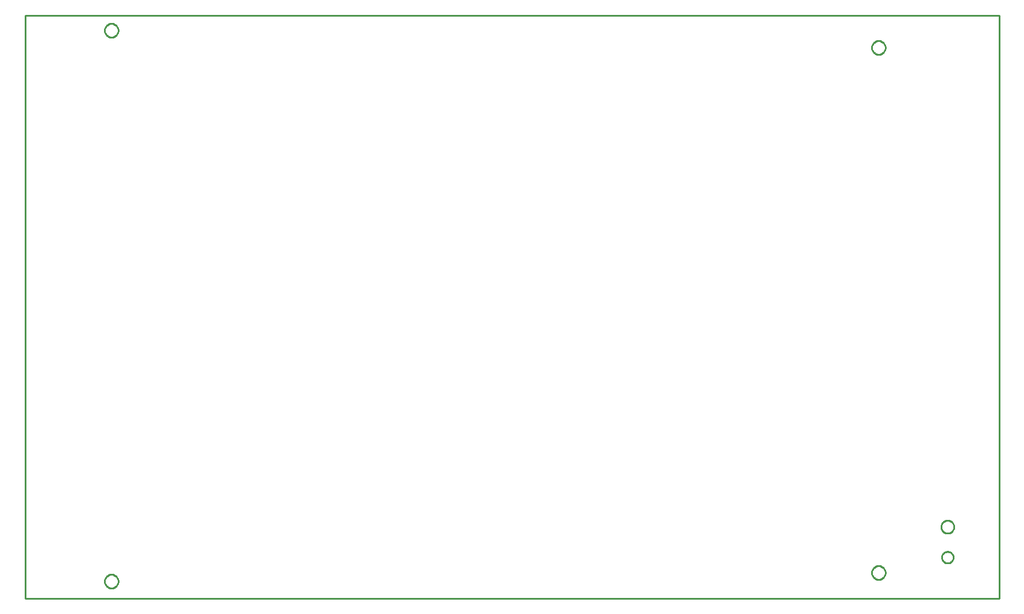
<source format=gbr>
G04 EAGLE Gerber RS-274X export*
G75*
%MOMM*%
%FSLAX34Y34*%
%LPD*%
%IN*%
%IPPOS*%
%AMOC8*
5,1,8,0,0,1.08239X$1,22.5*%
G01*
%ADD10C,0.254000*%


D10*
X0Y0D02*
X1434900Y0D01*
X1434900Y860300D01*
X0Y860300D01*
X0Y0D01*
X137000Y837763D02*
X136924Y836894D01*
X136772Y836034D01*
X136546Y835190D01*
X136248Y834370D01*
X135879Y833578D01*
X135442Y832822D01*
X134941Y832107D01*
X134380Y831438D01*
X133762Y830820D01*
X133093Y830259D01*
X132378Y829758D01*
X131622Y829321D01*
X130830Y828952D01*
X130010Y828654D01*
X129166Y828428D01*
X128307Y828276D01*
X127437Y828200D01*
X126563Y828200D01*
X125694Y828276D01*
X124834Y828428D01*
X123990Y828654D01*
X123170Y828952D01*
X122378Y829321D01*
X121622Y829758D01*
X120907Y830259D01*
X120238Y830820D01*
X119620Y831438D01*
X119059Y832107D01*
X118558Y832822D01*
X118121Y833578D01*
X117752Y834370D01*
X117454Y835190D01*
X117228Y836034D01*
X117076Y836894D01*
X117000Y837763D01*
X117000Y838637D01*
X117076Y839507D01*
X117228Y840366D01*
X117454Y841210D01*
X117752Y842030D01*
X118121Y842822D01*
X118558Y843578D01*
X119059Y844293D01*
X119620Y844962D01*
X120238Y845580D01*
X120907Y846141D01*
X121622Y846642D01*
X122378Y847079D01*
X123170Y847448D01*
X123990Y847746D01*
X124834Y847972D01*
X125694Y848124D01*
X126563Y848200D01*
X127437Y848200D01*
X128307Y848124D01*
X129166Y847972D01*
X130010Y847746D01*
X130830Y847448D01*
X131622Y847079D01*
X132378Y846642D01*
X133093Y846141D01*
X133762Y845580D01*
X134380Y844962D01*
X134941Y844293D01*
X135442Y843578D01*
X135879Y842822D01*
X136248Y842030D01*
X136546Y841210D01*
X136772Y840366D01*
X136924Y839507D01*
X137000Y838637D01*
X137000Y837763D01*
X137000Y24963D02*
X136924Y24094D01*
X136772Y23234D01*
X136546Y22390D01*
X136248Y21570D01*
X135879Y20778D01*
X135442Y20022D01*
X134941Y19307D01*
X134380Y18638D01*
X133762Y18020D01*
X133093Y17459D01*
X132378Y16958D01*
X131622Y16521D01*
X130830Y16152D01*
X130010Y15854D01*
X129166Y15628D01*
X128307Y15476D01*
X127437Y15400D01*
X126563Y15400D01*
X125694Y15476D01*
X124834Y15628D01*
X123990Y15854D01*
X123170Y16152D01*
X122378Y16521D01*
X121622Y16958D01*
X120907Y17459D01*
X120238Y18020D01*
X119620Y18638D01*
X119059Y19307D01*
X118558Y20022D01*
X118121Y20778D01*
X117752Y21570D01*
X117454Y22390D01*
X117228Y23234D01*
X117076Y24094D01*
X117000Y24963D01*
X117000Y25837D01*
X117076Y26707D01*
X117228Y27566D01*
X117454Y28410D01*
X117752Y29230D01*
X118121Y30022D01*
X118558Y30778D01*
X119059Y31493D01*
X119620Y32162D01*
X120238Y32780D01*
X120907Y33341D01*
X121622Y33842D01*
X122378Y34279D01*
X123170Y34648D01*
X123990Y34946D01*
X124834Y35172D01*
X125694Y35324D01*
X126563Y35400D01*
X127437Y35400D01*
X128307Y35324D01*
X129166Y35172D01*
X130010Y34946D01*
X130830Y34648D01*
X131622Y34279D01*
X132378Y33842D01*
X133093Y33341D01*
X133762Y32780D01*
X134380Y32162D01*
X134941Y31493D01*
X135442Y30778D01*
X135879Y30022D01*
X136248Y29230D01*
X136546Y28410D01*
X136772Y27566D01*
X136924Y26707D01*
X137000Y25837D01*
X137000Y24963D01*
X1267300Y37663D02*
X1267224Y36794D01*
X1267072Y35934D01*
X1266846Y35090D01*
X1266548Y34270D01*
X1266179Y33478D01*
X1265742Y32722D01*
X1265241Y32007D01*
X1264680Y31338D01*
X1264062Y30720D01*
X1263393Y30159D01*
X1262678Y29658D01*
X1261922Y29221D01*
X1261130Y28852D01*
X1260310Y28554D01*
X1259466Y28328D01*
X1258607Y28176D01*
X1257737Y28100D01*
X1256863Y28100D01*
X1255994Y28176D01*
X1255134Y28328D01*
X1254290Y28554D01*
X1253470Y28852D01*
X1252678Y29221D01*
X1251922Y29658D01*
X1251207Y30159D01*
X1250538Y30720D01*
X1249920Y31338D01*
X1249359Y32007D01*
X1248858Y32722D01*
X1248421Y33478D01*
X1248052Y34270D01*
X1247754Y35090D01*
X1247528Y35934D01*
X1247376Y36794D01*
X1247300Y37663D01*
X1247300Y38537D01*
X1247376Y39407D01*
X1247528Y40266D01*
X1247754Y41110D01*
X1248052Y41930D01*
X1248421Y42722D01*
X1248858Y43478D01*
X1249359Y44193D01*
X1249920Y44862D01*
X1250538Y45480D01*
X1251207Y46041D01*
X1251922Y46542D01*
X1252678Y46979D01*
X1253470Y47348D01*
X1254290Y47646D01*
X1255134Y47872D01*
X1255994Y48024D01*
X1256863Y48100D01*
X1257737Y48100D01*
X1258607Y48024D01*
X1259466Y47872D01*
X1260310Y47646D01*
X1261130Y47348D01*
X1261922Y46979D01*
X1262678Y46542D01*
X1263393Y46041D01*
X1264062Y45480D01*
X1264680Y44862D01*
X1265241Y44193D01*
X1265742Y43478D01*
X1266179Y42722D01*
X1266548Y41930D01*
X1266846Y41110D01*
X1267072Y40266D01*
X1267224Y39407D01*
X1267300Y38537D01*
X1267300Y37663D01*
X1267300Y812363D02*
X1267224Y811494D01*
X1267072Y810634D01*
X1266846Y809790D01*
X1266548Y808970D01*
X1266179Y808178D01*
X1265742Y807422D01*
X1265241Y806707D01*
X1264680Y806038D01*
X1264062Y805420D01*
X1263393Y804859D01*
X1262678Y804358D01*
X1261922Y803921D01*
X1261130Y803552D01*
X1260310Y803254D01*
X1259466Y803028D01*
X1258607Y802876D01*
X1257737Y802800D01*
X1256863Y802800D01*
X1255994Y802876D01*
X1255134Y803028D01*
X1254290Y803254D01*
X1253470Y803552D01*
X1252678Y803921D01*
X1251922Y804358D01*
X1251207Y804859D01*
X1250538Y805420D01*
X1249920Y806038D01*
X1249359Y806707D01*
X1248858Y807422D01*
X1248421Y808178D01*
X1248052Y808970D01*
X1247754Y809790D01*
X1247528Y810634D01*
X1247376Y811494D01*
X1247300Y812363D01*
X1247300Y813237D01*
X1247376Y814107D01*
X1247528Y814966D01*
X1247754Y815810D01*
X1248052Y816630D01*
X1248421Y817422D01*
X1248858Y818178D01*
X1249359Y818893D01*
X1249920Y819562D01*
X1250538Y820180D01*
X1251207Y820741D01*
X1251922Y821242D01*
X1252678Y821679D01*
X1253470Y822048D01*
X1254290Y822346D01*
X1255134Y822572D01*
X1255994Y822724D01*
X1256863Y822800D01*
X1257737Y822800D01*
X1258607Y822724D01*
X1259466Y822572D01*
X1260310Y822346D01*
X1261130Y822048D01*
X1261922Y821679D01*
X1262678Y821242D01*
X1263393Y820741D01*
X1264062Y820180D01*
X1264680Y819562D01*
X1265241Y818893D01*
X1265742Y818178D01*
X1266179Y817422D01*
X1266548Y816630D01*
X1266846Y815810D01*
X1267072Y814966D01*
X1267224Y814107D01*
X1267300Y813237D01*
X1267300Y812363D01*
X1359271Y69190D02*
X1360011Y69125D01*
X1360742Y68996D01*
X1361458Y68804D01*
X1362156Y68550D01*
X1362829Y68237D01*
X1363471Y67866D01*
X1364079Y67440D01*
X1364648Y66963D01*
X1365173Y66438D01*
X1365650Y65869D01*
X1366076Y65261D01*
X1366447Y64619D01*
X1366760Y63946D01*
X1367014Y63248D01*
X1367206Y62532D01*
X1367335Y61801D01*
X1367400Y61061D01*
X1367400Y60319D01*
X1367335Y59579D01*
X1367206Y58849D01*
X1367014Y58132D01*
X1366760Y57434D01*
X1366447Y56761D01*
X1366076Y56119D01*
X1365650Y55511D01*
X1365173Y54942D01*
X1364648Y54417D01*
X1364079Y53940D01*
X1363471Y53514D01*
X1362829Y53143D01*
X1362156Y52830D01*
X1361458Y52576D01*
X1360742Y52384D01*
X1360011Y52255D01*
X1359271Y52190D01*
X1358529Y52190D01*
X1357789Y52255D01*
X1357059Y52384D01*
X1356342Y52576D01*
X1355644Y52830D01*
X1354971Y53143D01*
X1354329Y53514D01*
X1353721Y53940D01*
X1353152Y54417D01*
X1352627Y54942D01*
X1352150Y55511D01*
X1351724Y56119D01*
X1351353Y56761D01*
X1351040Y57434D01*
X1350786Y58132D01*
X1350594Y58849D01*
X1350465Y59579D01*
X1350400Y60319D01*
X1350400Y61061D01*
X1350465Y61801D01*
X1350594Y62532D01*
X1350786Y63248D01*
X1351040Y63946D01*
X1351353Y64619D01*
X1351724Y65261D01*
X1352150Y65869D01*
X1352627Y66438D01*
X1353152Y66963D01*
X1353721Y67440D01*
X1354329Y67866D01*
X1354971Y68237D01*
X1355644Y68550D01*
X1356342Y68804D01*
X1357059Y68996D01*
X1357789Y69125D01*
X1358529Y69190D01*
X1359271Y69190D01*
X1359315Y115190D02*
X1360141Y115118D01*
X1360958Y114974D01*
X1361759Y114759D01*
X1362539Y114475D01*
X1363291Y114125D01*
X1364009Y113710D01*
X1364689Y113234D01*
X1365324Y112701D01*
X1365911Y112114D01*
X1366444Y111479D01*
X1366920Y110799D01*
X1367335Y110081D01*
X1367685Y109329D01*
X1367969Y108549D01*
X1368184Y107748D01*
X1368328Y106931D01*
X1368400Y106105D01*
X1368400Y105275D01*
X1368328Y104449D01*
X1368184Y103632D01*
X1367969Y102831D01*
X1367685Y102051D01*
X1367335Y101299D01*
X1366920Y100581D01*
X1366444Y99901D01*
X1365911Y99266D01*
X1365324Y98679D01*
X1364689Y98146D01*
X1364009Y97670D01*
X1363291Y97255D01*
X1362539Y96905D01*
X1361759Y96621D01*
X1360958Y96406D01*
X1360141Y96262D01*
X1359315Y96190D01*
X1358485Y96190D01*
X1357659Y96262D01*
X1356842Y96406D01*
X1356041Y96621D01*
X1355261Y96905D01*
X1354509Y97255D01*
X1353791Y97670D01*
X1353111Y98146D01*
X1352476Y98679D01*
X1351889Y99266D01*
X1351356Y99901D01*
X1350880Y100581D01*
X1350465Y101299D01*
X1350115Y102051D01*
X1349831Y102831D01*
X1349616Y103632D01*
X1349472Y104449D01*
X1349400Y105275D01*
X1349400Y106105D01*
X1349472Y106931D01*
X1349616Y107748D01*
X1349831Y108549D01*
X1350115Y109329D01*
X1350465Y110081D01*
X1350880Y110799D01*
X1351356Y111479D01*
X1351889Y112114D01*
X1352476Y112701D01*
X1353111Y113234D01*
X1353791Y113710D01*
X1354509Y114125D01*
X1355261Y114475D01*
X1356041Y114759D01*
X1356842Y114974D01*
X1357659Y115118D01*
X1358485Y115190D01*
X1359315Y115190D01*
M02*

</source>
